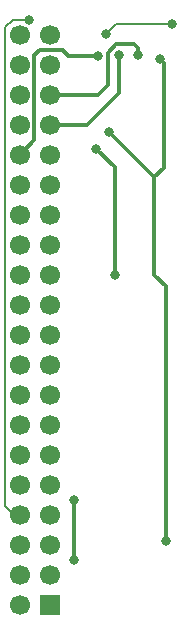
<source format=gbr>
G04 DipTrace 2.4.0.2*
%INBottom.gbr*%
%MOMM*%
%ADD14C,0.3*%
%ADD15C,0.2*%
%ADD18R,1.7X1.7*%
%ADD19C,1.7*%
%ADD27C,0.8*%
%FSLAX53Y53*%
G04*
G71*
G90*
G75*
G01*
%LNBottom*%
%LPD*%
X16480Y21093D2*
D14*
Y16000D1*
X18414Y50799D2*
X19960Y49252D1*
Y40139D1*
X19240Y60520D2*
D15*
X20112Y61392D1*
X24800D1*
X14453Y55381D2*
D14*
X14474Y55403D1*
X18573D1*
X19366Y56196D1*
Y58966D1*
X20089Y59689D1*
X21589D1*
X21906Y59371D1*
Y58736D1*
X14453Y52841D2*
X14474Y52863D1*
X17620D1*
X20319Y55561D1*
Y58736D1*
X11913Y50301D2*
X13175Y51563D1*
Y58736D1*
X13651Y59212D1*
X15556D1*
X16049Y58720D1*
X18560D1*
X19525Y52227D2*
X23335Y48417D1*
Y40163D1*
X24320Y39178D1*
Y17640D1*
X23813Y58417D2*
X24129Y58101D1*
Y49211D1*
X23335Y48417D1*
X12720Y61760D2*
D15*
X11360D1*
X10720Y61120D1*
Y20560D1*
X11459Y19821D1*
X11913D1*
D27*
X16480Y21093D3*
Y16000D3*
X18414Y50799D3*
X19960Y40139D3*
X19240Y60520D3*
X24800Y61392D3*
X21906Y58736D3*
X20319D3*
X18560Y58720D3*
X19525Y52227D3*
X24320Y17640D3*
X23813Y58417D3*
X12720Y61760D3*
D18*
X14453Y12201D3*
D19*
X11913D3*
X14453Y14741D3*
X11913D3*
X14453Y17281D3*
X11913D3*
X14453Y19821D3*
X11913D3*
X14453Y22361D3*
X11913D3*
X14453Y24901D3*
X11913D3*
X14453Y27441D3*
X11913D3*
X14453Y29981D3*
X11913D3*
X14453Y32521D3*
X11913D3*
X14453Y35061D3*
X11913D3*
X14453Y37601D3*
X11913D3*
X14453Y40141D3*
X11913D3*
X14453Y42681D3*
X11913D3*
X14453Y45221D3*
X11913D3*
X14453Y47761D3*
X11913D3*
X14453Y50301D3*
X11913D3*
X14453Y52841D3*
X11913D3*
X14453Y55381D3*
X11913D3*
X14453Y57921D3*
X11913D3*
X14453Y60461D3*
X11913D3*
M02*

</source>
